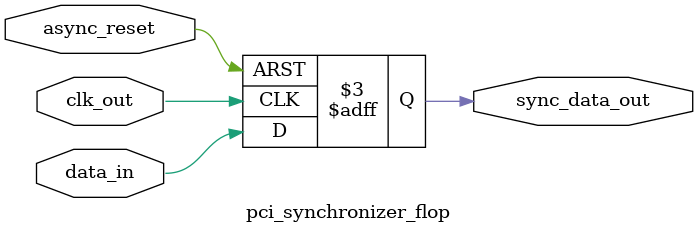
<source format=v>
module pci_synchronizer_flop (
  data_in, clk_out, sync_data_out, async_reset
);
parameter               width = 1 ;
parameter               reset_val = 0 ;
  input   [width-1:0]   data_in;
  input                 clk_out;
  output  [width-1:0]   sync_data_out;
  input                 async_reset;
  reg     [width-1:0]   sync_data_out;
  always @(posedge clk_out or posedge async_reset)
  begin
    if (async_reset == 1'b1)
    begin
      sync_data_out <= reset_val;
    end
    else
    begin
      sync_data_out <= data_in;
    end
  end
endmodule
</source>
